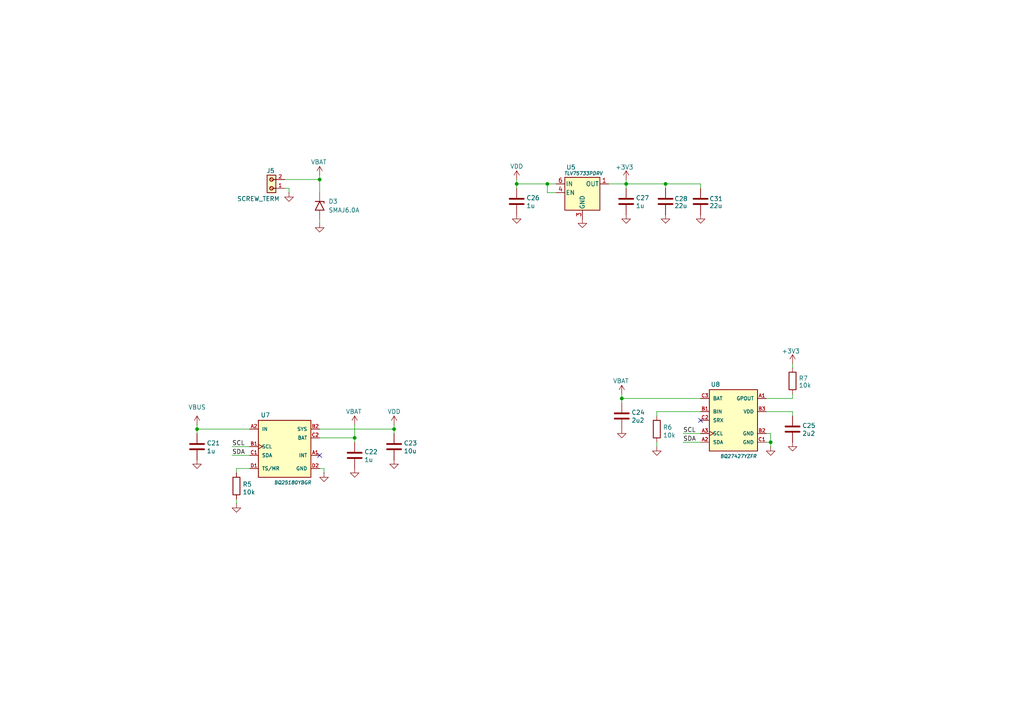
<source format=kicad_sch>
(kicad_sch (version 20250114) (generator "eeschema") (generator_version "9.0")
  (paper "A4")
  (lib_symbols
    (symbol "Device:C" (pin_numbers (hide yes)) (pin_names (offset 0.254))
      (property "Reference" "C" (at 0.635 2.54 0))
      (property "Value" "C" (at 0.635 -2.54 0))
      (symbol "C_0_1"
        (polyline (pts (xy -2.032 0.762) (xy 2.032 0.762)) (stroke (width 0.508)))
        (polyline (pts (xy -2.032 -0.762) (xy 2.032 -0.762)) (stroke (width 0.508)))
      )
      (symbol "C_1_1"
        (pin passive line (at 0 3.81 270) (length 2.794) (name "~") (number "1"))
        (pin passive line (at 0 -3.81 90) (length 2.794) (name "~") (number "2"))
      )
    )
    (symbol "Device:R" (pin_numbers (hide yes)) (pin_names (offset 0))
      (property "Reference" "R" (at 2.032 0 90))
      (property "Value" "R" (at 0 0 90))
      (symbol "R_0_1"
        (rectangle (start -1.016 -2.54) (end 1.016 2.54) (stroke (width 0.254)))
      )
      (symbol "R_1_1"
        (pin passive line (at 0 3.81 270) (length 1.27) (name "~") (number "1"))
        (pin passive line (at 0 -3.81 90) (length 1.27) (name "~") (number "2"))
      )
    )
    (symbol "Diode:SMAJ6.0A" (pin_numbers (hide yes)) (pin_names (offset 1.016) (hide yes))
      (property "Reference" "D" (at 0 2.54 0))
      (property "Value" "SMAJ6.0A" (at 0 -2.54 0))
      (symbol "SMAJ6.0A_0_1"
        (polyline (pts (xy -0.762 1.27) (xy -1.27 1.27) (xy -1.27 -1.27)) (stroke (width 0.254)))
        (polyline (pts (xy 1.27 1.27) (xy 1.27 -1.27) (xy -1.27 0) (xy 1.27 1.27)) (stroke (width 0.254)))
      )
      (symbol "SMAJ6.0A_1_1"
        (pin passive line (at -3.81 0 0) (length 2.54) (name "A1") (number "1"))
        (pin passive line (at 3.81 0 180) (length 2.54) (name "A2") (number "2"))
      )
    )
    (symbol "ModLib:+3V3" (power) (pin_numbers (hide yes)) (pin_names (offset 0) (hide yes))
      (property "Value" "+3V3" (at -0.508 3.556 0))
      (symbol "+3V3_0_1"
        (polyline (pts (xy -0.762 1.27) (xy 0 2.54)))
        (polyline (pts (xy 0 2.54) (xy 0.762 1.27)))
        (polyline (pts (xy 0 0) (xy 0 2.54)))
      )
      (symbol "+3V3_1_1"
        (pin power_in line (at 0 0 90) (length 0) (name "~") (number "1"))
      )
    )
    (symbol "ModLib:BQ25180YBGR" (pin_names (offset 1.016))
      (property "Reference" "U7" (at -2.54 17.78 0))
      (property "Value" "BQ25180YBGR" (at -2.54 15.24 0))
      (symbol "BQ25180YBGR_0_0"
        (rectangle (start -10.16 12.7) (end 5.08 -3.81) (stroke (width 0.254)) (fill (type background)))
        (pin power_in line (at -12.7 10.16 0) (length 2.54) (name "IN") (number "A2"))
        (pin bidirectional clock (at -12.7 5.08 0) (length 2.54) (name "SCL") (number "B1"))
        (pin bidirectional line (at -12.7 2.54 0) (length 2.54) (name "SDA") (number "C1"))
        (pin bidirectional line (at -12.7 -1.27 0) (length 2.54) (name "TS/MR") (number "D1"))
        (pin power_in line (at 7.62 10.16 180) (length 2.54) (name "SYS") (number "B2"))
        (pin power_in line (at 7.62 7.62 180) (length 2.54) (name "BAT") (number "C2"))
        (pin power_in line (at 7.62 -1.27 180) (length 2.54) (name "GND") (number "D2"))
      )
      (symbol "BQ25180YBGR_1_0"
        (pin output line (at 7.62 2.54 180) (length 2.54) (name "INT") (number "A1"))
      )
    )
    (symbol "ModLib:BQ27427YZFR" (pin_names (offset 1.016))
      (property "Reference" "U8" (at -8.382 14.224 0))
      (property "Value" "BQ27427YZFR" (at -1.778 -6.604 0))
      (symbol "BQ27427YZFR_0_0"
        (rectangle (start -10.16 12.7) (end 3.81 -5.08) (stroke (width 0.254)) (fill (type background)))
        (pin input line (at -12.7 10.16 0) (length 2.54) (name "BAT") (number "C3"))
        (pin input line (at -12.7 6.35 0) (length 2.54) (name "BIN") (number "B1"))
        (pin input line (at -12.7 3.81 0) (length 2.54) (name "SRX") (number "C2"))
        (pin bidirectional clock (at -12.7 0 0) (length 2.54) (name "SCL") (number "A3"))
        (pin bidirectional line (at -12.7 -2.54 0) (length 2.54) (name "SDA") (number "A2"))
        (pin output line (at 6.35 10.16 180) (length 2.54) (name "GPOUT") (number "A1"))
        (pin output line (at 6.35 6.35 180) (length 2.54) (name "VDD") (number "B3"))
      )
      (symbol "BQ27427YZFR_1_0"
        (pin power_in line (at 6.35 0 180) (length 2.54) (name "GND") (number "B2"))
        (pin power_in line (at 6.35 -2.54 180) (length 2.54) (name "GND") (number "C1"))
      )
    )
    (symbol "ModLib:GND" (power) (pin_numbers (hide yes)) (pin_names (offset 0) (hide yes))
      (symbol "GND_0_1"
        (polyline (pts (xy 0 0) (xy 0 -1.27) (xy 1.27 -1.27) (xy 0 -2.54) (xy -1.27 -1.27) (xy 0 -1.27)))
      )
      (symbol "GND_1_1"
        (pin power_in line (at 0 0 270) (length 0) (name "~") (number "1"))
      )
    )
    (symbol "ModLib:TLV75733PDRV" (pin_names (offset 0.254))
      (property "Reference" "U5" (at 0 8.89 0))
      (property "Value" "TLV75733PDRV" (at 0 6.35 0))
      (symbol "TLV75733PDRV_0_1"
        (rectangle (start -5.08 4.445) (end 5.08 -5.08) (stroke (width 0.254)) (fill (type background)))
      )
      (symbol "TLV75733PDRV_1_1"
        (pin power_in line (at -7.62 2.54 0) (length 2.54) (name "IN") (number "6"))
        (pin input line (at -7.62 0 0) (length 2.54) (name "EN") (number "4"))
        (pin power_in line (at 0 -7.62 90) (length 2.54) (name "GND") (number "3"))
        (pin passive line (at 0 -7.62 90) (length 2.54) (hide yes) (name "GND") (number "7"))
        (pin no_connect line (at 5.08 0 180) (length 2.54) (hide yes) (name "NC") (number "2"))
        (pin no_connect line (at 5.08 -2.54 180) (length 2.54) (hide yes) (name "NC") (number "5"))
        (pin power_out line (at 7.62 2.54 180) (length 2.54) (name "OUT") (number "1"))
      )
    )
    (symbol "ModLib:VBAT" (power) (pin_numbers (hide yes)) (pin_names (offset 0) (hide yes))
      (property "Value" "VBAT" (at 0 3.556 0))
      (symbol "VBAT_0_1"
        (polyline (pts (xy -0.762 1.27) (xy 0 2.54)))
        (polyline (pts (xy 0 2.54) (xy 0.762 1.27)))
        (polyline (pts (xy 0 0) (xy 0 2.54)))
      )
      (symbol "VBAT_1_1"
        (pin power_in line (at 0 0 90) (length 0) (name "~") (number "1"))
      )
    )
    (symbol "ModLib:VBUS" (power) (pin_numbers (hide yes)) (pin_names (offset 0) (hide yes))
      (property "Value" "VBUS" (at 0 3.556 0))
      (symbol "VBUS_0_1"
        (polyline (pts (xy -0.762 1.27) (xy 0 2.54)))
        (polyline (pts (xy 0 2.54) (xy 0.762 1.27)))
        (polyline (pts (xy 0 0) (xy 0 2.54)))
      )
      (symbol "VBUS_1_1"
        (pin power_in line (at 0 0 90) (length 0) (name "~") (number "1"))
      )
    )
    (symbol "ModLib:VDD" (power) (pin_numbers (hide yes)) (pin_names (offset 0) (hide yes))
      (property "Value" "VDD" (at 0 3.556 0))
      (symbol "VDD_0_1"
        (polyline (pts (xy -0.762 1.27) (xy 0 2.54)))
        (polyline (pts (xy 0 2.54) (xy 0.762 1.27)))
        (polyline (pts (xy 0 0) (xy 0 2.54)))
      )
      (symbol "VDD_1_1"
        (pin power_in line (at 0 0 90) (length 0) (name "~") (number "1"))
      )
    )
    (symbol "Snapeda:691210910002" (pin_names (offset 1.016))
      (property "Reference" "J" (at -4.88 -0.922 0))
      (property "Value" "691210910002" (at -4.83 -2.58 0))
      (symbol "691210910002_0_0"
        (rectangle (start -3.81 -2.54) (end 1.27 0) (stroke (width 0.254)) (fill (type background)))
        (circle (center -2.54 -1.27) (radius 0.508) (stroke (width 0.254)))
        (polyline (pts (xy -2.54 -1.778) (xy -2.54 -2.54)) (stroke (width 0.254)))
        (polyline (pts (xy -2.286 -1.016) (xy -2.794 -1.524)) (stroke (width 0.1524)))
        (circle (center 0 -1.27) (radius 0.508) (stroke (width 0.254)))
        (polyline (pts (xy 0 -1.778) (xy 0 -2.54)) (stroke (width 0.254)))
        (polyline (pts (xy 0.254 -1.016) (xy -0.254 -1.524)) (stroke (width 0.1524)))
        (pin passive line (at -2.54 -5.08 90) (length 2.54) (name "~") (number "1"))
        (pin passive line (at 0 -5.08 90) (length 2.54) (name "~") (number "2"))
      )
    )
  )
  (junction (at 181.61 53.34))
  (junction (at 180.34 115.57))
  (junction (at 193.04 53.34))
  (junction (at 114.3 124.46))
  (junction (at 102.87 127))
  (junction (at 223.52 128.27))
  (junction (at 149.86 53.34))
  (junction (at 92.71 52.07))
  (junction (at 57.15 124.46))
  (junction (at 158.75 53.34))
  (no_connect (at 203.2 121.92))
  (no_connect (at 92.71 132.08))
  (wire (pts (xy 92.71 124.46) (xy 114.3 124.46)))
  (wire (pts (xy 203.2 119.38) (xy 190.5 119.38)))
  (wire (pts (xy 222.25 128.27) (xy 223.52 128.27)))
  (wire (pts (xy 149.86 53.34) (xy 158.75 53.34)))
  (wire (pts (xy 198.12 125.73) (xy 203.2 125.73)))
  (wire (pts (xy 114.3 123.19) (xy 114.3 124.46)))
  (wire (pts (xy 92.71 135.89) (xy 93.98 135.89)))
  (wire (pts (xy 72.39 135.89) (xy 68.58 135.89)))
  (wire (pts (xy 198.12 128.27) (xy 203.2 128.27)))
  (wire (pts (xy 68.58 146.05) (xy 68.58 144.78)))
  (wire (pts (xy 193.04 54.61) (xy 193.04 53.34)))
  (wire (pts (xy 180.34 115.57) (xy 203.2 115.57)))
  (wire (pts (xy 92.71 50.8) (xy 92.71 52.07)))
  (wire (pts (xy 222.25 125.73) (xy 223.52 125.73)))
  (wire (pts (xy 83.82 54.61) (xy 83.82 55.88)))
  (wire (pts (xy 181.61 52.07) (xy 181.61 53.34)))
  (wire (pts (xy 68.58 135.89) (xy 68.58 137.16)))
  (wire (pts (xy 161.29 55.88) (xy 158.75 55.88)))
  (wire (pts (xy 190.5 119.38) (xy 190.5 120.65)))
  (wire (pts (xy 181.61 53.34) (xy 181.61 54.61)))
  (wire (pts (xy 223.52 125.73) (xy 223.52 128.27)))
  (wire (pts (xy 92.71 52.07) (xy 92.71 55.88)))
  (wire (pts (xy 203.2 54.61) (xy 203.2 53.34)))
  (wire (pts (xy 67.31 129.54) (xy 72.39 129.54)))
  (wire (pts (xy 229.87 119.38) (xy 222.25 119.38)))
  (wire (pts (xy 193.04 53.34) (xy 203.2 53.34)))
  (wire (pts (xy 57.15 123.19) (xy 57.15 124.46)))
  (wire (pts (xy 93.98 135.89) (xy 93.98 137.16)))
  (wire (pts (xy 57.15 125.73) (xy 57.15 124.46)))
  (wire (pts (xy 222.25 115.57) (xy 229.87 115.57)))
  (wire (pts (xy 102.87 127) (xy 102.87 128.27)))
  (wire (pts (xy 180.34 116.84) (xy 180.34 115.57)))
  (wire (pts (xy 82.55 52.07) (xy 92.71 52.07)))
  (wire (pts (xy 176.53 53.34) (xy 181.61 53.34)))
  (wire (pts (xy 229.87 119.38) (xy 229.87 120.65)))
  (wire (pts (xy 67.31 132.08) (xy 72.39 132.08)))
  (wire (pts (xy 57.15 124.46) (xy 72.39 124.46)))
  (wire (pts (xy 180.34 115.57) (xy 180.34 114.3)))
  (wire (pts (xy 229.87 115.57) (xy 229.87 114.3)))
  (wire (pts (xy 149.86 54.61) (xy 149.86 53.34)))
  (wire (pts (xy 92.71 127) (xy 102.87 127)))
  (wire (pts (xy 223.52 128.27) (xy 223.52 129.54)))
  (wire (pts (xy 114.3 124.46) (xy 114.3 125.73)))
  (wire (pts (xy 158.75 53.34) (xy 161.29 53.34)))
  (wire (pts (xy 193.04 53.34) (xy 181.61 53.34)))
  (wire (pts (xy 158.75 55.88) (xy 158.75 53.34)))
  (wire (pts (xy 190.5 128.27) (xy 190.5 129.54)))
  (wire (pts (xy 149.86 52.07) (xy 149.86 53.34)))
  (wire (pts (xy 102.87 127) (xy 102.87 123.19)))
  (wire (pts (xy 229.87 105.41) (xy 229.87 106.68)))
  (wire (pts (xy 82.55 54.61) (xy 83.82 54.61)))
  (wire (pts (xy 92.71 64.77) (xy 92.71 63.5)))
  (label "SDA" (at 198.12 128.27 0))
  (label "SCL" (at 198.12 125.73 0))
  (label "SCL" (at 67.31 129.54 0))
  (label "SDA" (at 67.31 132.08 0))
  (symbol (lib_id "ModLib:VBAT") (at 180.34 114.3 0) (unit 1)
    (property "Reference" "#PWR052" (effects (hide yes)))
    (property "Value" "VBAT" (at 180.086 110.49 0))
    (property "Description" "Power symbol creates a global label with name \"VBUS\"" (effects (hide yes)))
  )
  (symbol (lib_id "Device:C") (at 181.61 58.42 0) (unit 1)
    (property "Reference" "C27" (at 184.404 57.404 0) (effects (justify left)))
    (property "Value" "1u" (at 184.404 59.69 0) (effects (justify left)))
    (property "Footprint" "Capacitor_SMD:C_0402_1005Metric" (effects (hide yes)))
    (property "Description" "Unpolarized capacitor" (effects (hide yes)))
  )
  (symbol (lib_id "Device:R") (at 229.87 110.49 0) (unit 1)
    (property "Reference" "R7" (at 231.648 109.728 0) (effects (justify left)))
    (property "Value" "10k" (at 231.648 111.76 0) (effects (justify left)))
    (property "Footprint" "Resistor_SMD:R_0402_1005Metric" (effects (hide yes)))
    (property "Description" "Resistor" (effects (hide yes)))
  )
  (symbol (lib_id "ModLib:BQ27427YZFR") (at 215.9 125.73 0) (unit 1)
    (property "Reference" "U8" (at 207.518 111.506 0))
    (property "Value" "BQ27427YZFR" (at 214.122 132.334 0) (effects (font (size 1 1) (italic yes))))
    (property "Footprint" "Snapeda:BQ27427YZFR_IC_BQ27427YZFR" (effects (hide yes)))
    (property "PARTREV" "December 2022" (effects (hide yes)))
    (property "MANUFACTURER" "Texas Instruments" (effects (hide yes)))
    (property "SNAPEDA_PN" "BQ27427YZFR" (effects (hide yes)))
    (property "MAXIMUM_PACKAGE_HEIGHT" "0.625mm" (effects (hide yes)))
    (property "STANDARD" "Manufacturer Recommendations" (effects (hide yes)))
  )
  (symbol (lib_id "Device:C") (at 193.04 58.42 0) (unit 1)
    (property "Reference" "C28" (at 195.58 57.658 0) (effects (justify left)))
    (property "Value" "22u" (at 195.58 59.69 0) (effects (justify left)))
    (property "Footprint" "Capacitor_SMD:C_0805_2012Metric" (effects (hide yes)))
    (property "Description" "Unpolarized capacitor" (effects (hide yes)))
  )
  (symbol (lib_id "ModLib:GND") (at 181.61 62.23 0) (unit 1)
    (property "Reference" "#PWR060" (effects (hide yes)))
    (property "Value" "GND" (effects (hide yes)))
    (property "Description" "Power symbol creates a global label with name \"GND\" , ground" (effects (hide yes)))
  )
  (symbol (lib_id "ModLib:GND") (at 93.98 137.16 0) (unit 1)
    (property "Reference" "#PWR047" (effects (hide yes)))
    (property "Value" "GND" (effects (hide yes)))
    (property "Description" "Power symbol creates a global label with name \"GND\" , ground" (effects (hide yes)))
  )
  (symbol (lib_id "Device:C") (at 180.34 120.65 0) (unit 1)
    (property "Reference" "C24" (at 183.134 119.634 0) (effects (justify left)))
    (property "Value" "2u2" (at 183.134 121.92 0) (effects (justify left)))
    (property "Footprint" "Capacitor_SMD:C_0402_1005Metric" (effects (hide yes)))
    (property "Description" "Unpolarized capacitor" (effects (hide yes)))
  )
  (symbol (lib_id "ModLib:GND") (at 83.82 55.88 0) (unit 1)
    (property "Reference" "#PWR092" (effects (hide yes)))
    (property "Value" "GND" (effects (hide yes)))
    (property "Description" "Power symbol creates a global label with name \"GND\" , ground" (effects (hide yes)))
  )
  (symbol (lib_id "ModLib:GND") (at 223.52 129.54 0) (unit 1)
    (property "Reference" "#PWR058" (effects (hide yes)))
    (property "Value" "GND" (effects (hide yes)))
    (property "Description" "Power symbol creates a global label with name \"GND\" , ground" (effects (hide yes)))
  )
  (symbol (lib_id "ModLib:+3V3") (at 229.87 105.41 0) (unit 1)
    (property "Reference" "#PWR053" (effects (hide yes)))
    (property "Value" "+3V3" (at 229.362 101.854 0))
    (property "Description" "Power symbol creates a global label with name \"+3V3\"" (effects (hide yes)))
  )
  (symbol (lib_id "Device:R") (at 68.58 140.97 0) (unit 1)
    (property "Reference" "R5" (at 70.358 140.462 0) (effects (justify left)))
    (property "Value" "10k" (at 70.358 142.748 0) (effects (justify left)))
    (property "Footprint" "Resistor_SMD:R_0402_1005Metric" (effects (hide yes)))
    (property "Description" "Resistor" (effects (hide yes)))
  )
  (symbol (lib_id "ModLib:GND") (at 102.87 135.89 0) (unit 1)
    (property "Reference" "#PWR049" (effects (hide yes)))
    (property "Value" "GND" (effects (hide yes)))
    (property "Description" "Power symbol creates a global label with name \"GND\" , ground" (effects (hide yes)))
  )
  (symbol (lib_id "ModLib:GND") (at 149.86 62.23 0) (unit 1)
    (property "Reference" "#PWR061" (effects (hide yes)))
    (property "Value" "GND" (effects (hide yes)))
    (property "Description" "Power symbol creates a global label with name \"GND\" , ground" (effects (hide yes)))
  )
  (symbol (lib_id "ModLib:TLV75733PDRV") (at 168.91 55.88 0) (unit 1)
    (property "Reference" "U5" (at 165.608 48.514 0))
    (property "Value" "TLV75733PDRV" (at 169.164 50.292 0) (effects (font (size 1 1) (italic yes))))
    (property "Footprint" "Package_SON:WSON-6-1EP_2x2mm_P0.65mm_EP1x1.6mm" (effects (hide yes)))
    (property "Datasheet" "https://www.ti.com/lit/ds/symlink/tlv757p.pdf" (effects (hide yes)))
    (property "Description" "1A Low IQ Small Size Low Dropout Voltage Regulator, Fixed Output 3.3V, WSON6" (effects (hide yes)))
  )
  (symbol (lib_id "ModLib:GND") (at 229.87 128.27 0) (unit 1)
    (property "Reference" "#PWR055" (effects (hide yes)))
    (property "Value" "GND" (effects (hide yes)))
    (property "Description" "Power symbol creates a global label with name \"GND\" , ground" (effects (hide yes)))
  )
  (symbol (lib_id "ModLib:VBAT") (at 92.71 50.8 0) (unit 1)
    (property "Reference" "#PWR091" (effects (hide yes)))
    (property "Value" "VBAT" (at 92.456 46.99 0))
    (property "Description" "Power symbol creates a global label with name \"VBUS\"" (effects (hide yes)))
  )
  (symbol (lib_id "ModLib:GND") (at 203.2 62.23 0) (unit 1)
    (property "Reference" "#PWR075" (effects (hide yes)))
    (property "Value" "GND" (effects (hide yes)))
    (property "Description" "Power symbol creates a global label with name \"GND\" , ground" (effects (hide yes)))
  )
  (symbol (lib_id "Device:C") (at 229.87 124.46 0) (unit 1)
    (property "Reference" "C25" (at 232.664 123.444 0) (effects (justify left)))
    (property "Value" "2u2" (at 232.664 125.73 0) (effects (justify left)))
    (property "Footprint" "Capacitor_SMD:C_0402_1005Metric" (effects (hide yes)))
    (property "Description" "Unpolarized capacitor" (effects (hide yes)))
  )
  (symbol (lib_id "ModLib:GND") (at 193.04 62.23 0) (unit 1)
    (property "Reference" "#PWR062" (effects (hide yes)))
    (property "Value" "GND" (effects (hide yes)))
    (property "Description" "Power symbol creates a global label with name \"GND\" , ground" (effects (hide yes)))
  )
  (symbol (lib_id "ModLib:GND") (at 92.71 64.77 0) (unit 1)
    (property "Reference" "#PWR093" (effects (hide yes)))
    (property "Value" "GND" (effects (hide yes)))
    (property "Description" "Power symbol creates a global label with name \"GND\" , ground" (effects (hide yes)))
  )
  (symbol (lib_id "ModLib:VBUS") (at 57.15 123.19 0) (unit 1)
    (property "Reference" "#PWR045" (effects (hide yes)))
    (property "Value" "VBUS" (at 57.15 118.11 0))
    (property "Description" "Power symbol creates a global label with name \"VBUS\"" (effects (hide yes)))
  )
  (symbol (lib_id "Snapeda:691210910002") (at 77.47 52.07 90) (unit 1)
    (property "Reference" "J5" (at 78.486 49.53 90))
    (property "Value" "SCREW_TERM" (at 74.93 57.658 90))
    (property "Footprint" "Snapeda:691210910002_691210910002" (effects (hide yes)))
  )
  (symbol (lib_id "Device:C") (at 57.15 129.54 0) (unit 1)
    (property "Reference" "C21" (at 59.944 128.524 0) (effects (justify left)))
    (property "Value" "1u" (at 59.944 130.81 0) (effects (justify left)))
    (property "Footprint" "Capacitor_SMD:C_0402_1005Metric" (effects (hide yes)))
    (property "Description" "Unpolarized capacitor" (effects (hide yes)))
  )
  (symbol (lib_id "Device:R") (at 190.5 124.46 0) (unit 1)
    (property "Reference" "R6" (at 192.278 123.952 0) (effects (justify left)))
    (property "Value" "10k" (at 192.278 126.238 0) (effects (justify left)))
    (property "Footprint" "Resistor_SMD:R_0402_1005Metric" (effects (hide yes)))
    (property "Description" "Resistor" (effects (hide yes)))
  )
  (symbol (lib_id "Device:C") (at 114.3 129.54 0) (unit 1)
    (property "Reference" "C23" (at 117.094 128.524 0) (effects (justify left)))
    (property "Value" "10u" (at 117.094 130.81 0) (effects (justify left)))
    (property "Footprint" "Capacitor_SMD:C_0402_1005Metric" (effects (hide yes)))
    (property "Description" "Unpolarized capacitor" (effects (hide yes)))
  )
  (symbol (lib_id "ModLib:GND") (at 68.58 146.05 0) (unit 1)
    (property "Reference" "#PWR051" (effects (hide yes)))
    (property "Value" "GND" (effects (hide yes)))
    (property "Description" "Power symbol creates a global label with name \"GND\" , ground" (effects (hide yes)))
  )
  (symbol (lib_id "ModLib:GND") (at 190.5 129.54 0) (unit 1)
    (property "Reference" "#PWR056" (effects (hide yes)))
    (property "Value" "GND" (effects (hide yes)))
    (property "Description" "Power symbol creates a global label with name \"GND\" , ground" (effects (hide yes)))
  )
  (symbol (lib_id "Diode:SMAJ6.0A") (at 92.71 59.69 270) (unit 1)
    (property "Reference" "D3" (at 95.25 58.4199 90) (effects (justify left)))
    (property "Value" "SMAJ6.0A" (at 95.25 60.9599 90) (effects (justify left)))
    (property "Footprint" "Diode_SMD:D_SMA" (effects (hide yes)))
    (property "Datasheet" "https://www.littelfuse.com/media?resourcetype=datasheets&itemid=75e32973-b177-4ee3-a0ff-cedaf1abdb93&filename=smaj-datasheet" (effects (hide yes)))
    (property "Description" "400W unidirectional Transient Voltage Suppressor, 6.0Vr, SMA(DO-214AC)" (effects (hide yes)))
  )
  (symbol (lib_id "ModLib:VDD") (at 149.86 52.07 0) (unit 1)
    (property "Reference" "#PWR059" (effects (hide yes)))
    (property "Value" "VDD" (at 149.86 48.26 0))
    (property "Description" "Power symbol creates a global label with name \"VDD\"" (effects (hide yes)))
  )
  (symbol (lib_id "ModLib:GND") (at 180.34 124.46 0) (unit 1)
    (property "Reference" "#PWR057" (effects (hide yes)))
    (property "Value" "GND" (effects (hide yes)))
    (property "Description" "Power symbol creates a global label with name \"GND\" , ground" (effects (hide yes)))
  )
  (symbol (lib_id "ModLib:GND") (at 168.91 63.5 0) (unit 1)
    (property "Reference" "#PWR043" (effects (hide yes)))
    (property "Value" "GND" (effects (hide yes)))
    (property "Description" "Power symbol creates a global label with name \"GND\" , ground" (effects (hide yes)))
  )
  (symbol (lib_id "ModLib:VDD") (at 114.3 123.19 0) (unit 1)
    (property "Reference" "#PWR048" (effects (hide yes)))
    (property "Value" "VDD" (at 114.3 119.38 0))
    (property "Description" "Power symbol creates a global label with name \"VDD\"" (effects (hide yes)))
  )
  (symbol (lib_id "Device:C") (at 102.87 132.08 0) (unit 1)
    (property "Reference" "C22" (at 105.664 131.064 0) (effects (justify left)))
    (property "Value" "1u" (at 105.664 133.35 0) (effects (justify left)))
    (property "Footprint" "Capacitor_SMD:C_0402_1005Metric" (effects (hide yes)))
    (property "Description" "Unpolarized capacitor" (effects (hide yes)))
  )
  (symbol (lib_id "Device:C") (at 149.86 58.42 0) (unit 1)
    (property "Reference" "C26" (at 152.654 57.404 0) (effects (justify left)))
    (property "Value" "1u" (at 152.654 59.69 0) (effects (justify left)))
    (property "Footprint" "Capacitor_SMD:C_0402_1005Metric" (effects (hide yes)))
    (property "Description" "Unpolarized capacitor" (effects (hide yes)))
  )
  (symbol (lib_id "ModLib:+3V3") (at 181.61 52.07 0) (unit 1)
    (property "Reference" "#PWR054" (effects (hide yes)))
    (property "Value" "+3V3" (at 181.102 48.514 0))
    (property "Description" "Power symbol creates a global label with name \"+3V3\"" (effects (hide yes)))
  )
  (symbol (lib_id "ModLib:GND") (at 114.3 133.35 0) (unit 1)
    (property "Reference" "#PWR050" (effects (hide yes)))
    (property "Value" "GND" (effects (hide yes)))
    (property "Description" "Power symbol creates a global label with name \"GND\" , ground" (effects (hide yes)))
  )
  (symbol (lib_id "ModLib:BQ25180YBGR") (at 85.09 134.62 0) (unit 1)
    (property "Reference" "U7" (at 76.962 120.396 0))
    (property "Value" "BQ25180YBGR" (at 84.836 139.954 0) (effects (font (size 1 1) (italic yes))))
    (property "Footprint" "Snapeda:BQ25180YBGR_IC_BQ25180YBGR" (effects (hide yes)))
    (property "PARTREV" "C" (effects (hide yes)))
    (property "STANDARD" "Manufacturer Recommendations" (effects (hide yes)))
    (property "SNAPEDA_PACKAGE_ID" "123990" (effects (hide yes)))
    (property "MAXIMUM_PACKAGE_HEIGHT" "0.5mm" (effects (hide yes)))
    (property "MANUFACTURER" "Texas Instruments" (effects (hide yes)))
  )
  (symbol (lib_id "ModLib:VBAT") (at 102.87 123.19 0) (unit 1)
    (property "Reference" "#PWR044" (effects (hide yes)))
    (property "Value" "VBAT" (at 102.616 119.38 0))
    (property "Description" "Power symbol creates a global label with name \"VBUS\"" (effects (hide yes)))
  )
  (symbol (lib_id "Device:C") (at 203.2 58.42 0) (unit 1)
    (property "Reference" "C31" (at 205.74 57.658 0) (effects (justify left)))
    (property "Value" "22u" (at 205.74 59.69 0) (effects (justify left)))
    (property "Footprint" "Capacitor_SMD:C_0805_2012Metric" (effects (hide yes)))
    (property "Description" "Unpolarized capacitor" (effects (hide yes)))
  )
  (symbol (lib_id "ModLib:GND") (at 57.15 133.35 0) (unit 1)
    (property "Reference" "#PWR046" (effects (hide yes)))
    (property "Value" "GND" (effects (hide yes)))
    (property "Description" "Power symbol creates a global label with name \"GND\" , ground" (effects (hide yes)))
  )
)
</source>
